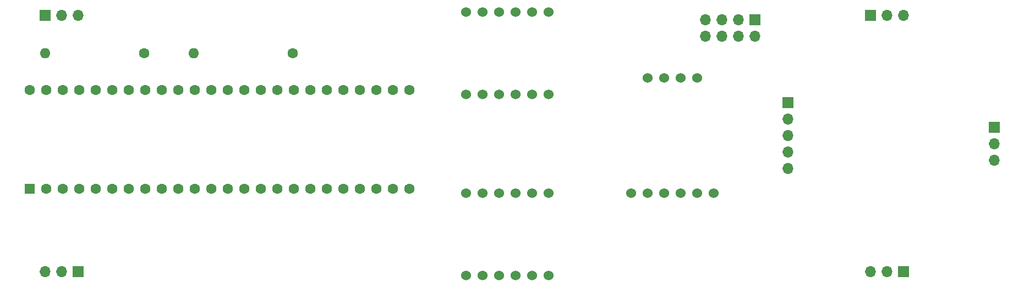
<source format=gbr>
%TF.GenerationSoftware,KiCad,Pcbnew,6.0.6-3a73a75311~116~ubuntu20.04.1*%
%TF.CreationDate,2022-07-09T15:41:22-04:00*%
%TF.ProjectId,flight_controller,666c6967-6874-45f6-936f-6e74726f6c6c,rev?*%
%TF.SameCoordinates,Original*%
%TF.FileFunction,Soldermask,Top*%
%TF.FilePolarity,Negative*%
%FSLAX46Y46*%
G04 Gerber Fmt 4.6, Leading zero omitted, Abs format (unit mm)*
G04 Created by KiCad (PCBNEW 6.0.6-3a73a75311~116~ubuntu20.04.1) date 2022-07-09 15:41:22*
%MOMM*%
%LPD*%
G01*
G04 APERTURE LIST*
%ADD10R,1.700000X1.700000*%
%ADD11O,1.700000X1.700000*%
%ADD12C,1.524000*%
%ADD13R,1.600000X1.600000*%
%ADD14C,1.600000*%
%ADD15O,1.600000X1.600000*%
G04 APERTURE END LIST*
D10*
%TO.C,J7*%
X250190000Y-105425000D03*
D11*
X250190000Y-107965000D03*
X250190000Y-110505000D03*
%TD*%
D10*
%TO.C,J5*%
X109205000Y-127705000D03*
D11*
X106665000Y-127705000D03*
X104125000Y-127705000D03*
%TD*%
D12*
%TO.C,A1*%
X194310000Y-115570000D03*
X196850000Y-115570000D03*
X199390000Y-115570000D03*
X201930000Y-115570000D03*
X204470000Y-115570000D03*
X207010000Y-115570000D03*
X204470000Y-97790000D03*
X201930000Y-97790000D03*
X199390000Y-97790000D03*
X196850000Y-97790000D03*
%TD*%
D13*
%TO.C,U1*%
X101735000Y-114950000D03*
D14*
X104275000Y-114950000D03*
X106815000Y-114950000D03*
X109355000Y-114950000D03*
X111895000Y-114950000D03*
X114435000Y-114950000D03*
X116975000Y-114950000D03*
X119515000Y-114950000D03*
X122055000Y-114950000D03*
X124595000Y-114950000D03*
X127135000Y-114950000D03*
X129675000Y-114950000D03*
X132215000Y-114950000D03*
X134755000Y-114950000D03*
X137295000Y-114950000D03*
X139835000Y-114950000D03*
X142375000Y-114950000D03*
X144915000Y-114950000D03*
X147455000Y-114950000D03*
X149995000Y-114950000D03*
X152535000Y-114950000D03*
X155075000Y-114950000D03*
X157615000Y-114950000D03*
X160155000Y-114950000D03*
X160155000Y-99710000D03*
X157615000Y-99710000D03*
X155075000Y-99710000D03*
X152535000Y-99710000D03*
X149995000Y-99710000D03*
X147455000Y-99710000D03*
X144915000Y-99710000D03*
X142375000Y-99710000D03*
X139835000Y-99710000D03*
X137295000Y-99710000D03*
X134755000Y-99710000D03*
X132215000Y-99710000D03*
X129675000Y-99710000D03*
X127135000Y-99710000D03*
X124595000Y-99710000D03*
X122055000Y-99710000D03*
X119515000Y-99710000D03*
X116975000Y-99710000D03*
X114435000Y-99710000D03*
X111895000Y-99710000D03*
X109355000Y-99710000D03*
X106815000Y-99710000D03*
X104275000Y-99710000D03*
X101735000Y-99710000D03*
%TD*%
D10*
%TO.C,J3*%
X104155000Y-88195000D03*
D11*
X106695000Y-88195000D03*
X109235000Y-88195000D03*
%TD*%
D12*
%TO.C,U2*%
X181610000Y-115570000D03*
X179070000Y-115570000D03*
X176530000Y-115570000D03*
X173990000Y-115570000D03*
X171450000Y-115570000D03*
X168910000Y-115570000D03*
X181610000Y-128270000D03*
X179070000Y-128270000D03*
X176530000Y-128270000D03*
X173990000Y-128270000D03*
X171450000Y-128270000D03*
X168910000Y-128270000D03*
%TD*%
D14*
%TO.C,R2*%
X142240000Y-93980000D03*
D15*
X127000000Y-93980000D03*
%TD*%
D10*
%TO.C,J2*%
X231155000Y-88195000D03*
D11*
X233695000Y-88195000D03*
X236235000Y-88195000D03*
%TD*%
D10*
%TO.C,J4*%
X236205000Y-127705000D03*
D11*
X233665000Y-127705000D03*
X231125000Y-127705000D03*
%TD*%
D10*
%TO.C,J1*%
X213350000Y-88895000D03*
D11*
X213350000Y-91435000D03*
X210810000Y-88895000D03*
X210810000Y-91435000D03*
X208270000Y-88895000D03*
X208270000Y-91435000D03*
X205730000Y-88895000D03*
X205730000Y-91435000D03*
%TD*%
D12*
%TO.C,U3*%
X181610000Y-87630000D03*
X179070000Y-87630000D03*
X176530000Y-87630000D03*
X173990000Y-87630000D03*
X171450000Y-87630000D03*
X168910000Y-87630000D03*
X181610000Y-100330000D03*
X179070000Y-100330000D03*
X176530000Y-100330000D03*
X173990000Y-100330000D03*
X171450000Y-100330000D03*
X168910000Y-100330000D03*
%TD*%
D10*
%TO.C,J6*%
X218440000Y-101600000D03*
D11*
X218440000Y-104140000D03*
X218440000Y-106680000D03*
X218440000Y-109220000D03*
X218440000Y-111760000D03*
%TD*%
D14*
%TO.C,R1*%
X119380000Y-93980000D03*
D15*
X104140000Y-93980000D03*
%TD*%
M02*

</source>
